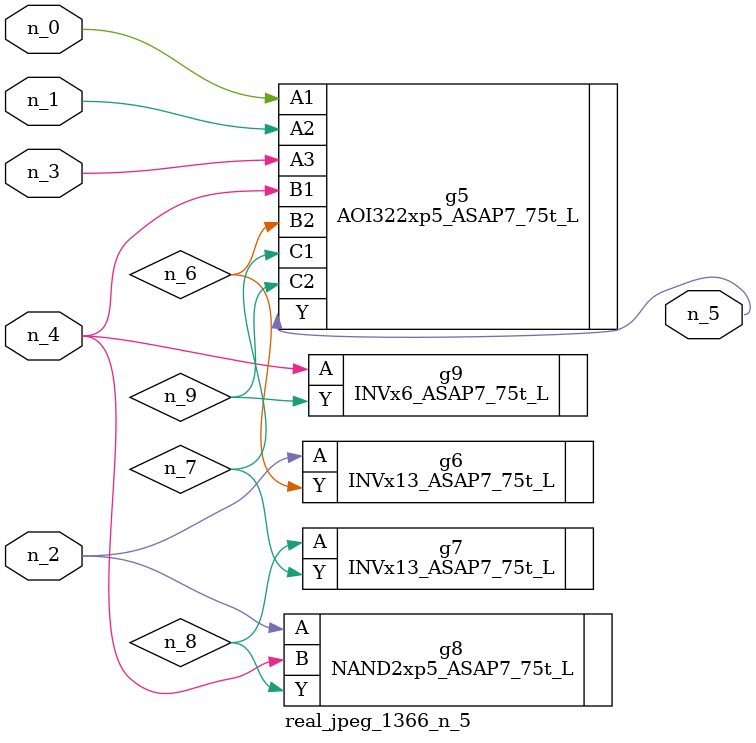
<source format=v>
module real_jpeg_1366_n_5 (n_4, n_0, n_1, n_2, n_3, n_5);

input n_4;
input n_0;
input n_1;
input n_2;
input n_3;

output n_5;

wire n_8;
wire n_6;
wire n_7;
wire n_9;

AOI322xp5_ASAP7_75t_L g5 ( 
.A1(n_0),
.A2(n_1),
.A3(n_3),
.B1(n_4),
.B2(n_6),
.C1(n_7),
.C2(n_9),
.Y(n_5)
);

INVx13_ASAP7_75t_L g6 ( 
.A(n_2),
.Y(n_6)
);

NAND2xp5_ASAP7_75t_L g8 ( 
.A(n_2),
.B(n_4),
.Y(n_8)
);

INVx6_ASAP7_75t_L g9 ( 
.A(n_4),
.Y(n_9)
);

INVx13_ASAP7_75t_L g7 ( 
.A(n_8),
.Y(n_7)
);


endmodule
</source>
